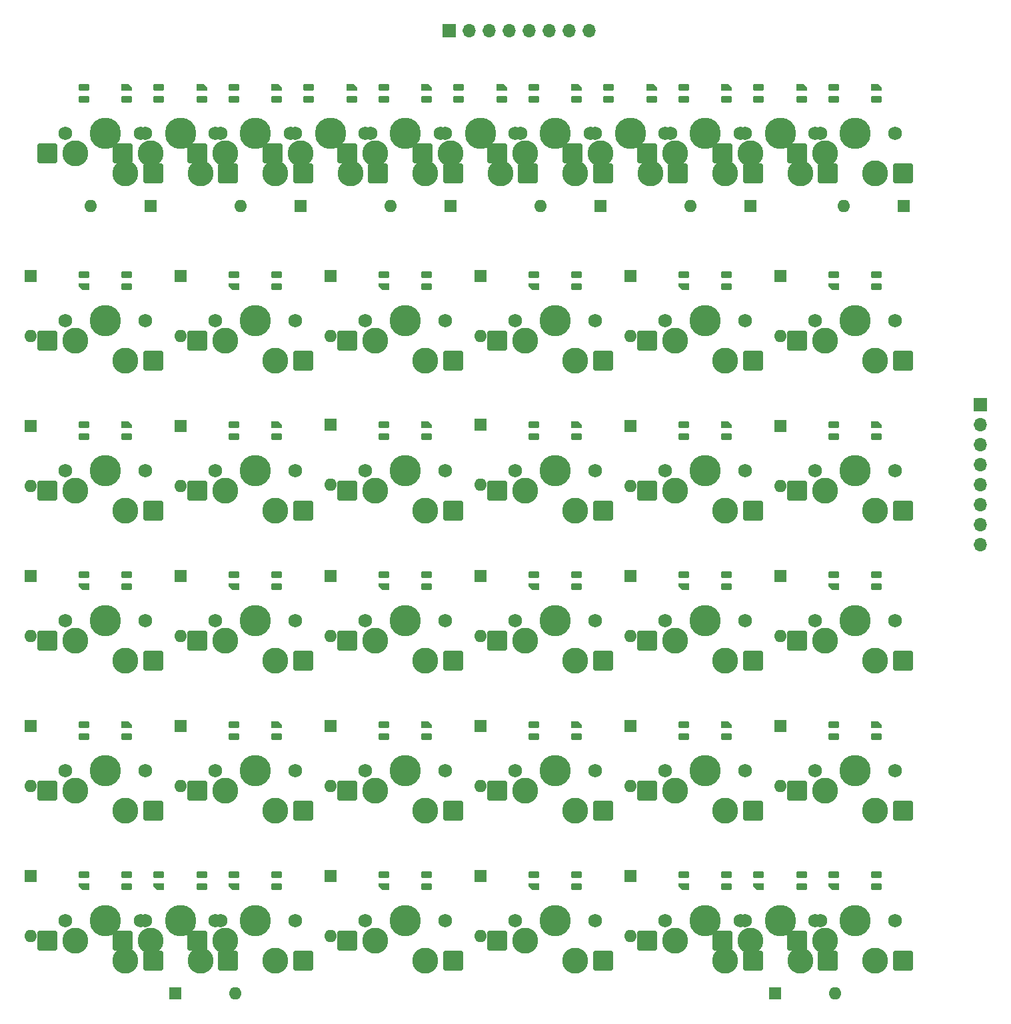
<source format=gbr>
%TF.GenerationSoftware,KiCad,Pcbnew,(6.0.9)*%
%TF.CreationDate,2022-11-26T17:52:30+01:00*%
%TF.ProjectId,tekskey,74656b73-6b65-4792-9e6b-696361645f70,rev?*%
%TF.SameCoordinates,Original*%
%TF.FileFunction,Soldermask,Top*%
%TF.FilePolarity,Negative*%
%FSLAX46Y46*%
G04 Gerber Fmt 4.6, Leading zero omitted, Abs format (unit mm)*
G04 Created by KiCad (PCBNEW (6.0.9)) date 2022-11-26 17:52:30*
%MOMM*%
%LPD*%
G01*
G04 APERTURE LIST*
G04 Aperture macros list*
%AMRoundRect*
0 Rectangle with rounded corners*
0 $1 Rounding radius*
0 $2 $3 $4 $5 $6 $7 $8 $9 X,Y pos of 4 corners*
0 Add a 4 corners polygon primitive as box body*
4,1,4,$2,$3,$4,$5,$6,$7,$8,$9,$2,$3,0*
0 Add four circle primitives for the rounded corners*
1,1,$1+$1,$2,$3*
1,1,$1+$1,$4,$5*
1,1,$1+$1,$6,$7*
1,1,$1+$1,$8,$9*
0 Add four rect primitives between the rounded corners*
20,1,$1+$1,$2,$3,$4,$5,0*
20,1,$1+$1,$4,$5,$6,$7,0*
20,1,$1+$1,$6,$7,$8,$9,0*
20,1,$1+$1,$8,$9,$2,$3,0*%
%AMFreePoly0*
4,1,18,-0.410000,0.265000,0.000000,0.675000,0.328000,0.675000,0.359380,0.668758,0.385983,0.650983,0.403758,0.624380,0.410000,0.593000,0.410000,-0.593000,0.403758,-0.624380,0.385983,-0.650983,0.359380,-0.668758,0.328000,-0.675000,-0.328000,-0.675000,-0.359380,-0.668758,-0.385983,-0.650983,-0.403758,-0.624380,-0.410000,-0.593000,-0.410000,0.265000,-0.410000,0.265000,$1*%
G04 Aperture macros list end*
%ADD10O,1.600000X1.600000*%
%ADD11R,1.600000X1.600000*%
%ADD12RoundRect,0.082000X0.593000X-0.328000X0.593000X0.328000X-0.593000X0.328000X-0.593000X-0.328000X0*%
%ADD13FreePoly0,90.000000*%
%ADD14C,3.987800*%
%ADD15C,1.750000*%
%ADD16C,3.300000*%
%ADD17RoundRect,0.250000X1.025000X1.000000X-1.025000X1.000000X-1.025000X-1.000000X1.025000X-1.000000X0*%
%ADD18RoundRect,0.082000X-0.593000X0.328000X-0.593000X-0.328000X0.593000X-0.328000X0.593000X0.328000X0*%
%ADD19FreePoly0,270.000000*%
%ADD20R,1.700000X1.700000*%
%ADD21O,1.700000X1.700000*%
G04 APERTURE END LIST*
D10*
%TO.C,D31*%
X45720000Y-47625000D03*
D11*
X53340000Y-47625000D03*
%TD*%
D12*
%TO.C,LED10*%
X50350000Y-56400000D03*
X50350000Y-57900000D03*
X44900000Y-56400000D03*
D13*
X44900000Y-57900000D03*
%TD*%
D14*
%TO.C,SW10*%
X47625000Y-62230000D03*
D15*
X42545000Y-62230000D03*
X52705000Y-62230000D03*
D16*
X43815000Y-64770000D03*
D17*
X40265000Y-64770000D03*
D16*
X50165000Y-67310000D03*
D17*
X53715000Y-67310000D03*
%TD*%
D11*
%TO.C,D1*%
X38100000Y-56515000D03*
D10*
X38100000Y-64135000D03*
%TD*%
D14*
%TO.C,SW51B1*%
X57150000Y-138430000D03*
D15*
X62230000Y-138430000D03*
X52070000Y-138430000D03*
D16*
X53340000Y-140970000D03*
D17*
X49790000Y-140970000D03*
D16*
X59690000Y-143510000D03*
D17*
X63240000Y-143510000D03*
%TD*%
D12*
%TO.C,LED54*%
X126550000Y-132600000D03*
X126550000Y-134100000D03*
X121100000Y-132600000D03*
D13*
X121100000Y-134100000D03*
%TD*%
D11*
%TO.C,D22*%
X95250000Y-113665000D03*
D10*
X95250000Y-121285000D03*
%TD*%
D11*
%TO.C,D32*%
X72390000Y-47625000D03*
D10*
X64770000Y-47625000D03*
%TD*%
D12*
%TO.C,LED32*%
X88450000Y-94500000D03*
X88450000Y-96000000D03*
X83000000Y-94500000D03*
D13*
X83000000Y-96000000D03*
%TD*%
D18*
%TO.C,LED1B1*%
X73475000Y-34087500D03*
X73475000Y-32587500D03*
X78925000Y-34087500D03*
D19*
X78925000Y-32587500D03*
%TD*%
D12*
%TO.C,LED34*%
X126550000Y-94500000D03*
X126550000Y-96000000D03*
X121100000Y-94500000D03*
D13*
X121100000Y-96000000D03*
%TD*%
D11*
%TO.C,D23*%
X114300000Y-113665000D03*
D10*
X114300000Y-121285000D03*
%TD*%
D12*
%TO.C,LED13*%
X107500000Y-56400000D03*
X107500000Y-57900000D03*
X102050000Y-56400000D03*
D13*
X102050000Y-57900000D03*
%TD*%
D14*
%TO.C,SW45*%
X142875000Y-119380000D03*
D15*
X147955000Y-119380000D03*
X137795000Y-119380000D03*
D17*
X135515000Y-121920000D03*
D16*
X139065000Y-121920000D03*
X145415000Y-124460000D03*
D17*
X148965000Y-124460000D03*
%TD*%
D14*
%TO.C,SW33*%
X104775000Y-100330000D03*
D15*
X99695000Y-100330000D03*
X109855000Y-100330000D03*
D17*
X97415000Y-102870000D03*
D16*
X100965000Y-102870000D03*
X107315000Y-105410000D03*
D17*
X110865000Y-105410000D03*
%TD*%
D15*
%TO.C,SW15*%
X137795000Y-62230000D03*
X147955000Y-62230000D03*
D14*
X142875000Y-62230000D03*
D17*
X135515000Y-64770000D03*
D16*
X139065000Y-64770000D03*
X145415000Y-67310000D03*
D17*
X148965000Y-67310000D03*
%TD*%
D12*
%TO.C,LED55*%
X145600000Y-132600000D03*
X145600000Y-134100000D03*
X140150000Y-132600000D03*
D13*
X140150000Y-134100000D03*
%TD*%
D15*
%TO.C,SW13*%
X109855000Y-62230000D03*
D14*
X104775000Y-62230000D03*
D15*
X99695000Y-62230000D03*
D16*
X100965000Y-64770000D03*
D17*
X97415000Y-64770000D03*
D16*
X107315000Y-67310000D03*
D17*
X110865000Y-67310000D03*
%TD*%
D11*
%TO.C,D16*%
X95250000Y-94615000D03*
D10*
X95250000Y-102235000D03*
%TD*%
D15*
%TO.C,SW31*%
X71755000Y-100330000D03*
X61595000Y-100330000D03*
D14*
X66675000Y-100330000D03*
D17*
X59315000Y-102870000D03*
D16*
X62865000Y-102870000D03*
X69215000Y-105410000D03*
D17*
X72765000Y-105410000D03*
%TD*%
D11*
%TO.C,D19*%
X38100000Y-113665000D03*
D10*
X38100000Y-121285000D03*
%TD*%
D15*
%TO.C,SW51*%
X71755000Y-138430000D03*
X61595000Y-138430000D03*
D14*
X66675000Y-138430000D03*
D17*
X59315000Y-140970000D03*
D16*
X62865000Y-140970000D03*
D17*
X72765000Y-143510000D03*
D16*
X69215000Y-143510000D03*
%TD*%
D15*
%TO.C,SW11*%
X61595000Y-62230000D03*
X71755000Y-62230000D03*
D14*
X66675000Y-62230000D03*
D16*
X62865000Y-64770000D03*
D17*
X59315000Y-64770000D03*
D16*
X69215000Y-67310000D03*
D17*
X72765000Y-67310000D03*
%TD*%
D14*
%TO.C,SW3*%
X104775000Y-38417500D03*
D15*
X109855000Y-38417500D03*
X99695000Y-38417500D03*
D17*
X97415000Y-40957500D03*
D16*
X100965000Y-40957500D03*
X107315000Y-43497500D03*
D17*
X110865000Y-43497500D03*
%TD*%
D12*
%TO.C,LED53*%
X107500000Y-132600000D03*
X107500000Y-134100000D03*
X102050000Y-132600000D03*
D13*
X102050000Y-134100000D03*
%TD*%
D14*
%TO.C,SW0*%
X47625000Y-38417500D03*
D15*
X52705000Y-38417500D03*
X42545000Y-38417500D03*
D16*
X43815000Y-40957500D03*
D17*
X40265000Y-40957500D03*
X53715000Y-43497500D03*
D16*
X50165000Y-43497500D03*
%TD*%
D11*
%TO.C,D20*%
X57150000Y-113665000D03*
D10*
X57150000Y-121285000D03*
%TD*%
D11*
%TO.C,D25*%
X38100000Y-132715000D03*
D10*
X38100000Y-140335000D03*
%TD*%
D18*
%TO.C,LED4*%
X121100000Y-34087500D03*
X121100000Y-32587500D03*
X126550000Y-34087500D03*
D19*
X126550000Y-32587500D03*
%TD*%
D11*
%TO.C,D36*%
X149066250Y-47625000D03*
D10*
X141446250Y-47625000D03*
%TD*%
D18*
%TO.C,LED2*%
X83000000Y-34087500D03*
X83000000Y-32587500D03*
X88450000Y-34087500D03*
D19*
X88450000Y-32587500D03*
%TD*%
D14*
%TO.C,SW52*%
X85725000Y-138430000D03*
D15*
X90805000Y-138430000D03*
X80645000Y-138430000D03*
D16*
X81915000Y-140970000D03*
D17*
X78365000Y-140970000D03*
X91815000Y-143510000D03*
D16*
X88265000Y-143510000D03*
%TD*%
D20*
%TO.C,J2*%
X91281250Y-25400000D03*
D21*
X93821250Y-25400000D03*
X96361250Y-25400000D03*
X98901250Y-25400000D03*
X101441250Y-25400000D03*
X103981250Y-25400000D03*
X106521250Y-25400000D03*
X109061250Y-25400000D03*
%TD*%
D15*
%TO.C,SW34*%
X118745000Y-100330000D03*
D14*
X123825000Y-100330000D03*
D15*
X128905000Y-100330000D03*
D17*
X116465000Y-102870000D03*
D16*
X120015000Y-102870000D03*
X126365000Y-105410000D03*
D17*
X129915000Y-105410000D03*
%TD*%
D14*
%TO.C,SW50*%
X47625000Y-138430000D03*
D15*
X52705000Y-138430000D03*
X42545000Y-138430000D03*
D17*
X40265000Y-140970000D03*
D16*
X43815000Y-140970000D03*
D17*
X53715000Y-143510000D03*
D16*
X50165000Y-143510000D03*
%TD*%
D14*
%TO.C,SW21*%
X66675000Y-81280000D03*
D15*
X71755000Y-81280000D03*
X61595000Y-81280000D03*
D16*
X62865000Y-83820000D03*
D17*
X59315000Y-83820000D03*
X72765000Y-86360000D03*
D16*
X69215000Y-86360000D03*
%TD*%
D11*
%TO.C,D13*%
X76200000Y-94615000D03*
D10*
X76200000Y-102235000D03*
%TD*%
D11*
%TO.C,D9*%
X76200000Y-75406250D03*
D10*
X76200000Y-83026250D03*
%TD*%
D15*
%TO.C,SW32*%
X80645000Y-100330000D03*
X90805000Y-100330000D03*
D14*
X85725000Y-100330000D03*
D16*
X81915000Y-102870000D03*
D17*
X78365000Y-102870000D03*
X91815000Y-105410000D03*
D16*
X88265000Y-105410000D03*
%TD*%
D15*
%TO.C,SW2*%
X90805000Y-38417500D03*
X80645000Y-38417500D03*
D14*
X85725000Y-38417500D03*
D17*
X78365000Y-40957500D03*
D16*
X81915000Y-40957500D03*
X88265000Y-43497500D03*
D17*
X91815000Y-43497500D03*
%TD*%
D12*
%TO.C,LED12*%
X88450000Y-56400000D03*
X88450000Y-57900000D03*
X83000000Y-56400000D03*
D13*
X83000000Y-57900000D03*
%TD*%
D12*
%TO.C,LED11*%
X69400000Y-56400000D03*
X69400000Y-57900000D03*
X63950000Y-56400000D03*
D13*
X63950000Y-57900000D03*
%TD*%
D12*
%TO.C,LED6*%
X59875000Y-132600000D03*
X59875000Y-134100000D03*
X54425000Y-132600000D03*
D13*
X54425000Y-134100000D03*
%TD*%
D18*
%TO.C,LED0*%
X44900000Y-34087500D03*
X44900000Y-32587500D03*
X50350000Y-34087500D03*
D19*
X50350000Y-32587500D03*
%TD*%
D14*
%TO.C,SW54*%
X123825000Y-138430000D03*
D15*
X128905000Y-138430000D03*
X118745000Y-138430000D03*
D16*
X120015000Y-140970000D03*
D17*
X116465000Y-140970000D03*
X129915000Y-143510000D03*
D16*
X126365000Y-143510000D03*
%TD*%
D18*
%TO.C,LED41*%
X63950000Y-115050000D03*
X63950000Y-113550000D03*
X69400000Y-115050000D03*
D19*
X69400000Y-113550000D03*
%TD*%
D18*
%TO.C,LED24*%
X121100000Y-76950000D03*
X121100000Y-75450000D03*
X126550000Y-76950000D03*
D19*
X126550000Y-75450000D03*
%TD*%
D14*
%TO.C,SW3B1*%
X95250000Y-38417500D03*
D15*
X100330000Y-38417500D03*
X90170000Y-38417500D03*
D17*
X87890000Y-40957500D03*
D16*
X91440000Y-40957500D03*
X97790000Y-43497500D03*
D17*
X101340000Y-43497500D03*
%TD*%
D14*
%TO.C,SW2B1*%
X76200000Y-38417500D03*
D15*
X71120000Y-38417500D03*
X81280000Y-38417500D03*
D16*
X72390000Y-40957500D03*
D17*
X68840000Y-40957500D03*
X82290000Y-43497500D03*
D16*
X78740000Y-43497500D03*
%TD*%
D11*
%TO.C,D7*%
X38100000Y-75565000D03*
D10*
X38100000Y-83185000D03*
%TD*%
D15*
%TO.C,SW41*%
X61595000Y-119380000D03*
D14*
X66675000Y-119380000D03*
D15*
X71755000Y-119380000D03*
D17*
X59315000Y-121920000D03*
D16*
X62865000Y-121920000D03*
D17*
X72765000Y-124460000D03*
D16*
X69215000Y-124460000D03*
%TD*%
D11*
%TO.C,D26*%
X56515000Y-147637500D03*
D10*
X64135000Y-147637500D03*
%TD*%
D11*
%TO.C,D17*%
X114300000Y-94615000D03*
D10*
X114300000Y-102235000D03*
%TD*%
D15*
%TO.C,SW1*%
X71755000Y-38417500D03*
X61595000Y-38417500D03*
D14*
X66675000Y-38417500D03*
D17*
X59315000Y-40957500D03*
D16*
X62865000Y-40957500D03*
X69215000Y-43497500D03*
D17*
X72765000Y-43497500D03*
%TD*%
D11*
%TO.C,D28*%
X95250000Y-132715000D03*
D10*
X95250000Y-140335000D03*
%TD*%
D11*
%TO.C,D35*%
X129540000Y-47625000D03*
D10*
X121920000Y-47625000D03*
%TD*%
D11*
%TO.C,D4*%
X95250000Y-56515000D03*
D10*
X95250000Y-64135000D03*
%TD*%
D15*
%TO.C,SW55B1*%
X138430000Y-138430000D03*
D14*
X133350000Y-138430000D03*
D15*
X128270000Y-138430000D03*
D16*
X129540000Y-140970000D03*
D17*
X125990000Y-140970000D03*
X139440000Y-143510000D03*
D16*
X135890000Y-143510000D03*
%TD*%
D12*
%TO.C,LED31*%
X69400000Y-94500000D03*
X69400000Y-96000000D03*
X63950000Y-94500000D03*
D13*
X63950000Y-96000000D03*
%TD*%
D14*
%TO.C,SW25*%
X142875000Y-81280000D03*
D15*
X137795000Y-81280000D03*
X147955000Y-81280000D03*
D17*
X135515000Y-83820000D03*
D16*
X139065000Y-83820000D03*
D17*
X148965000Y-86360000D03*
D16*
X145415000Y-86360000D03*
%TD*%
D11*
%TO.C,D3*%
X76200000Y-56515000D03*
D10*
X76200000Y-64135000D03*
%TD*%
D18*
%TO.C,LED1*%
X63950000Y-34087500D03*
X63950000Y-32587500D03*
X69400000Y-34087500D03*
D19*
X69400000Y-32587500D03*
%TD*%
D11*
%TO.C,D6*%
X133350000Y-56515000D03*
D10*
X133350000Y-64135000D03*
%TD*%
D11*
%TO.C,D18*%
X133350000Y-94615000D03*
D10*
X133350000Y-102235000D03*
%TD*%
D18*
%TO.C,LED21*%
X63950000Y-76950000D03*
X63950000Y-75450000D03*
X69400000Y-76950000D03*
D19*
X69400000Y-75450000D03*
%TD*%
D11*
%TO.C,D34*%
X110490000Y-47625000D03*
D10*
X102870000Y-47625000D03*
%TD*%
D12*
%TO.C,LED51*%
X69400000Y-132600000D03*
X69400000Y-134100000D03*
X63950000Y-132600000D03*
D13*
X63950000Y-134100000D03*
%TD*%
D18*
%TO.C,LED25*%
X140150000Y-76950000D03*
X140150000Y-75450000D03*
X145600000Y-76950000D03*
D19*
X145600000Y-75450000D03*
%TD*%
D14*
%TO.C,SW4B1*%
X114300000Y-38417500D03*
D15*
X109220000Y-38417500D03*
X119380000Y-38417500D03*
D16*
X110490000Y-40957500D03*
D17*
X106940000Y-40957500D03*
X120390000Y-43497500D03*
D16*
X116840000Y-43497500D03*
%TD*%
D18*
%TO.C,LED23*%
X102050000Y-76950000D03*
X102050000Y-75450000D03*
X107500000Y-76950000D03*
D19*
X107500000Y-75450000D03*
%TD*%
D15*
%TO.C,SW5*%
X137795000Y-38417500D03*
D14*
X142875000Y-38417500D03*
D15*
X147955000Y-38417500D03*
D17*
X135515000Y-40957500D03*
D16*
X139065000Y-40957500D03*
D17*
X148965000Y-43497500D03*
D16*
X145415000Y-43497500D03*
%TD*%
D18*
%TO.C,LED40*%
X44900000Y-115050000D03*
X44900000Y-113550000D03*
X50350000Y-115050000D03*
D19*
X50350000Y-113550000D03*
%TD*%
D11*
%TO.C,D2*%
X57150000Y-56515000D03*
D10*
X57150000Y-64135000D03*
%TD*%
D11*
%TO.C,D30*%
X132715000Y-147637500D03*
D10*
X140335000Y-147637500D03*
%TD*%
D12*
%TO.C,LED7*%
X136075000Y-132600000D03*
X136075000Y-134100000D03*
X130625000Y-132600000D03*
D13*
X130625000Y-134100000D03*
%TD*%
D15*
%TO.C,SW20*%
X42545000Y-81280000D03*
X52705000Y-81280000D03*
D14*
X47625000Y-81280000D03*
D17*
X40265000Y-83820000D03*
D16*
X43815000Y-83820000D03*
X50165000Y-86360000D03*
D17*
X53715000Y-86360000D03*
%TD*%
D18*
%TO.C,LED3B1*%
X111575000Y-34087500D03*
X111575000Y-32587500D03*
X117025000Y-34087500D03*
D19*
X117025000Y-32587500D03*
%TD*%
D11*
%TO.C,D29*%
X114300000Y-132715000D03*
D10*
X114300000Y-140335000D03*
%TD*%
D15*
%TO.C,SW1B1*%
X62230000Y-38417500D03*
D14*
X57150000Y-38417500D03*
D15*
X52070000Y-38417500D03*
D16*
X53340000Y-40957500D03*
D17*
X49790000Y-40957500D03*
X63240000Y-43497500D03*
D16*
X59690000Y-43497500D03*
%TD*%
D18*
%TO.C,LED5*%
X140150000Y-34087500D03*
X140150000Y-32587500D03*
X145600000Y-34087500D03*
D19*
X145600000Y-32587500D03*
%TD*%
D15*
%TO.C,SW4*%
X118745000Y-38417500D03*
D14*
X123825000Y-38417500D03*
D15*
X128905000Y-38417500D03*
D16*
X120015000Y-40957500D03*
D17*
X116465000Y-40957500D03*
D16*
X126365000Y-43497500D03*
D17*
X129915000Y-43497500D03*
%TD*%
D11*
%TO.C,D33*%
X91440000Y-47625000D03*
D10*
X83820000Y-47625000D03*
%TD*%
D18*
%TO.C,LED0B1*%
X54425000Y-34087500D03*
X54425000Y-32587500D03*
X59875000Y-34087500D03*
D19*
X59875000Y-32587500D03*
%TD*%
D18*
%TO.C,LED3*%
X102050000Y-34087500D03*
X102050000Y-32587500D03*
X107500000Y-34087500D03*
D19*
X107500000Y-32587500D03*
%TD*%
D14*
%TO.C,SW5B1*%
X133350000Y-38417500D03*
D15*
X138430000Y-38417500D03*
X128270000Y-38417500D03*
D17*
X125990000Y-40957500D03*
D16*
X129540000Y-40957500D03*
X135890000Y-43497500D03*
D17*
X139440000Y-43497500D03*
%TD*%
D14*
%TO.C,SW30*%
X47625000Y-100330000D03*
D15*
X42545000Y-100330000D03*
X52705000Y-100330000D03*
D17*
X40265000Y-102870000D03*
D16*
X43815000Y-102870000D03*
D17*
X53715000Y-105410000D03*
D16*
X50165000Y-105410000D03*
%TD*%
D11*
%TO.C,D27*%
X76200000Y-132715000D03*
D10*
X76200000Y-140335000D03*
%TD*%
D18*
%TO.C,LED42*%
X83000000Y-115050000D03*
X83000000Y-113550000D03*
X88450000Y-115050000D03*
D19*
X88450000Y-113550000D03*
%TD*%
D12*
%TO.C,LED52*%
X88450000Y-132600000D03*
X88450000Y-134100000D03*
X83000000Y-132600000D03*
D13*
X83000000Y-134100000D03*
%TD*%
D18*
%TO.C,LED2B1*%
X92525000Y-34087500D03*
X92525000Y-32587500D03*
X97975000Y-34087500D03*
D19*
X97975000Y-32587500D03*
%TD*%
D14*
%TO.C,SW42*%
X85725000Y-119380000D03*
D15*
X80645000Y-119380000D03*
X90805000Y-119380000D03*
D16*
X81915000Y-121920000D03*
D17*
X78365000Y-121920000D03*
D16*
X88265000Y-124460000D03*
D17*
X91815000Y-124460000D03*
%TD*%
D12*
%TO.C,LED33*%
X107500000Y-94500000D03*
X107500000Y-96000000D03*
X102050000Y-94500000D03*
D13*
X102050000Y-96000000D03*
%TD*%
D15*
%TO.C,SW55*%
X137795000Y-138430000D03*
X147955000Y-138430000D03*
D14*
X142875000Y-138430000D03*
D16*
X139065000Y-140970000D03*
D17*
X135515000Y-140970000D03*
X148965000Y-143510000D03*
D16*
X145415000Y-143510000D03*
%TD*%
D15*
%TO.C,SW24*%
X128905000Y-81280000D03*
D14*
X123825000Y-81280000D03*
D15*
X118745000Y-81280000D03*
D16*
X120015000Y-83820000D03*
D17*
X116465000Y-83820000D03*
X129915000Y-86360000D03*
D16*
X126365000Y-86360000D03*
%TD*%
D15*
%TO.C,SW40*%
X52705000Y-119380000D03*
X42545000Y-119380000D03*
D14*
X47625000Y-119380000D03*
D17*
X40265000Y-121920000D03*
D16*
X43815000Y-121920000D03*
D17*
X53715000Y-124460000D03*
D16*
X50165000Y-124460000D03*
%TD*%
D11*
%TO.C,D5*%
X114300000Y-56515000D03*
D10*
X114300000Y-64135000D03*
%TD*%
D15*
%TO.C,SW14*%
X118745000Y-62230000D03*
X128905000Y-62230000D03*
D14*
X123825000Y-62230000D03*
D16*
X120015000Y-64770000D03*
D17*
X116465000Y-64770000D03*
D16*
X126365000Y-67310000D03*
D17*
X129915000Y-67310000D03*
%TD*%
D12*
%TO.C,LED35*%
X145600000Y-94500000D03*
X145600000Y-96000000D03*
X140150000Y-94500000D03*
D13*
X140150000Y-96000000D03*
%TD*%
D11*
%TO.C,D10*%
X95250000Y-75406250D03*
D10*
X95250000Y-83026250D03*
%TD*%
D11*
%TO.C,D15*%
X57150000Y-94615000D03*
D10*
X57150000Y-102235000D03*
%TD*%
D15*
%TO.C,SW44*%
X118745000Y-119380000D03*
X128905000Y-119380000D03*
D14*
X123825000Y-119380000D03*
D17*
X116465000Y-121920000D03*
D16*
X120015000Y-121920000D03*
D17*
X129915000Y-124460000D03*
D16*
X126365000Y-124460000D03*
%TD*%
D11*
%TO.C,D21*%
X76200000Y-113665000D03*
D10*
X76200000Y-121285000D03*
%TD*%
D12*
%TO.C,LED14*%
X126550000Y-56400000D03*
X126550000Y-57900000D03*
X121100000Y-56400000D03*
D13*
X121100000Y-57900000D03*
%TD*%
D20*
%TO.C,J1*%
X158750000Y-72881250D03*
D21*
X158750000Y-75421250D03*
X158750000Y-77961250D03*
X158750000Y-80501250D03*
X158750000Y-83041250D03*
X158750000Y-85581250D03*
X158750000Y-88121250D03*
X158750000Y-90661250D03*
%TD*%
D15*
%TO.C,SW23*%
X99695000Y-81280000D03*
D14*
X104775000Y-81280000D03*
D15*
X109855000Y-81280000D03*
D17*
X97415000Y-83820000D03*
D16*
X100965000Y-83820000D03*
X107315000Y-86360000D03*
D17*
X110865000Y-86360000D03*
%TD*%
D18*
%TO.C,LED43*%
X102050000Y-115050000D03*
X102050000Y-113550000D03*
X107500000Y-115050000D03*
D19*
X107500000Y-113550000D03*
%TD*%
D11*
%TO.C,D24*%
X133350000Y-113665000D03*
D10*
X133350000Y-121285000D03*
%TD*%
D18*
%TO.C,LED4B1*%
X130625000Y-34087500D03*
X130625000Y-32587500D03*
X136075000Y-34087500D03*
D19*
X136075000Y-32587500D03*
%TD*%
D11*
%TO.C,D8*%
X57150000Y-75565000D03*
D10*
X57150000Y-83185000D03*
%TD*%
D14*
%TO.C,SW53*%
X104775000Y-138430000D03*
D15*
X109855000Y-138430000D03*
X99695000Y-138430000D03*
D17*
X97415000Y-140970000D03*
D16*
X100965000Y-140970000D03*
X107315000Y-143510000D03*
D17*
X110865000Y-143510000D03*
%TD*%
D18*
%TO.C,LED22*%
X83000000Y-76950000D03*
X83000000Y-75450000D03*
X88450000Y-76950000D03*
D19*
X88450000Y-75450000D03*
%TD*%
D18*
%TO.C,LED44*%
X121100000Y-115050000D03*
X121100000Y-113550000D03*
X126550000Y-115050000D03*
D19*
X126550000Y-113550000D03*
%TD*%
D15*
%TO.C,SW12*%
X80645000Y-62230000D03*
D14*
X85725000Y-62230000D03*
D15*
X90805000Y-62230000D03*
D17*
X78365000Y-64770000D03*
D16*
X81915000Y-64770000D03*
X88265000Y-67310000D03*
D17*
X91815000Y-67310000D03*
%TD*%
D11*
%TO.C,D12*%
X133350000Y-75565000D03*
D10*
X133350000Y-83185000D03*
%TD*%
D15*
%TO.C,SW22*%
X80645000Y-81280000D03*
D14*
X85725000Y-81280000D03*
D15*
X90805000Y-81280000D03*
D16*
X81915000Y-83820000D03*
D17*
X78365000Y-83820000D03*
X91815000Y-86360000D03*
D16*
X88265000Y-86360000D03*
%TD*%
D18*
%TO.C,LED20*%
X44900000Y-76950000D03*
X44900000Y-75450000D03*
X50350000Y-76950000D03*
D19*
X50350000Y-75450000D03*
%TD*%
D11*
%TO.C,D14*%
X38100000Y-94615000D03*
D10*
X38100000Y-102235000D03*
%TD*%
D15*
%TO.C,SW35*%
X137795000Y-100330000D03*
X147955000Y-100330000D03*
D14*
X142875000Y-100330000D03*
D16*
X139065000Y-102870000D03*
D17*
X135515000Y-102870000D03*
X148965000Y-105410000D03*
D16*
X145415000Y-105410000D03*
%TD*%
D11*
%TO.C,D11*%
X114300000Y-75565000D03*
D10*
X114300000Y-83185000D03*
%TD*%
D18*
%TO.C,LED45*%
X140150000Y-115050000D03*
X140150000Y-113550000D03*
X145600000Y-115050000D03*
D19*
X145600000Y-113550000D03*
%TD*%
D12*
%TO.C,LED30*%
X50350000Y-94500000D03*
X50350000Y-96000000D03*
X44900000Y-94500000D03*
D13*
X44900000Y-96000000D03*
%TD*%
D14*
%TO.C,SW43*%
X104775000Y-119380000D03*
D15*
X99695000Y-119380000D03*
X109855000Y-119380000D03*
D16*
X100965000Y-121920000D03*
D17*
X97415000Y-121920000D03*
X110865000Y-124460000D03*
D16*
X107315000Y-124460000D03*
%TD*%
D12*
%TO.C,LED15*%
X145600000Y-56400000D03*
X145600000Y-57900000D03*
X140150000Y-56400000D03*
D13*
X140150000Y-57900000D03*
%TD*%
D12*
%TO.C,LED50*%
X50350000Y-132600000D03*
X50350000Y-134100000D03*
X44900000Y-132600000D03*
D13*
X44900000Y-134100000D03*
%TD*%
M02*

</source>
